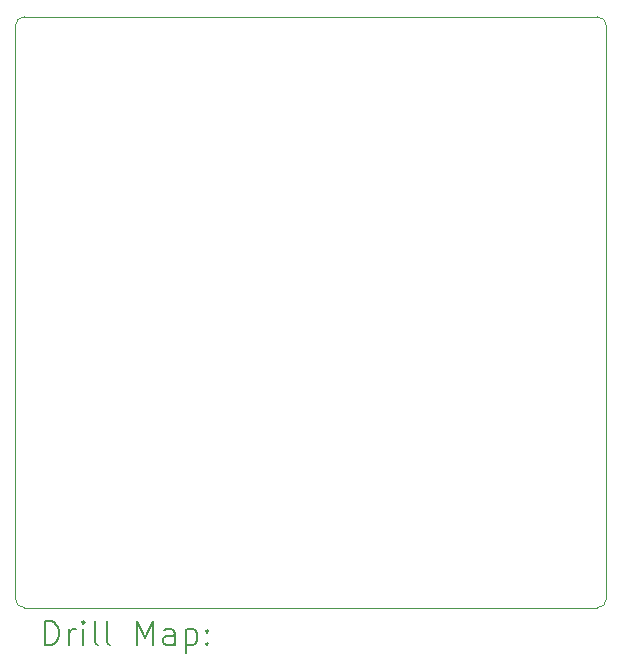
<source format=gbr>
%TF.GenerationSoftware,KiCad,Pcbnew,(6.0.10-0)*%
%TF.CreationDate,2022-12-29T22:01:07-08:00*%
%TF.ProjectId,HDMI-MUX,48444d49-2d4d-4555-982e-6b696361645f,rev?*%
%TF.SameCoordinates,Original*%
%TF.FileFunction,Drillmap*%
%TF.FilePolarity,Positive*%
%FSLAX45Y45*%
G04 Gerber Fmt 4.5, Leading zero omitted, Abs format (unit mm)*
G04 Created by KiCad (PCBNEW (6.0.10-0)) date 2022-12-29 22:01:07*
%MOMM*%
%LPD*%
G01*
G04 APERTURE LIST*
%ADD10C,0.100000*%
%ADD11C,0.200000*%
G04 APERTURE END LIST*
D10*
X2260600Y-6883400D02*
G75*
G03*
X2336800Y-6959600I76200J0D01*
G01*
X2336800Y-1955800D02*
X7188200Y-1955800D01*
X2260600Y-6883400D02*
X2260600Y-2032000D01*
X7188200Y-6959600D02*
X2336800Y-6959600D01*
X7264400Y-2032000D02*
G75*
G03*
X7188200Y-1955800I-76200J0D01*
G01*
X2336800Y-1955800D02*
G75*
G03*
X2260600Y-2032000I0J-76200D01*
G01*
X7264400Y-2032000D02*
X7264400Y-6883400D01*
X7188200Y-6959600D02*
G75*
G03*
X7264400Y-6883400I0J76200D01*
G01*
D11*
X2513219Y-7275076D02*
X2513219Y-7075076D01*
X2560838Y-7075076D01*
X2589410Y-7084600D01*
X2608457Y-7103648D01*
X2617981Y-7122695D01*
X2627505Y-7160790D01*
X2627505Y-7189362D01*
X2617981Y-7227457D01*
X2608457Y-7246505D01*
X2589410Y-7265552D01*
X2560838Y-7275076D01*
X2513219Y-7275076D01*
X2713219Y-7275076D02*
X2713219Y-7141743D01*
X2713219Y-7179838D02*
X2722743Y-7160790D01*
X2732267Y-7151267D01*
X2751314Y-7141743D01*
X2770362Y-7141743D01*
X2837028Y-7275076D02*
X2837028Y-7141743D01*
X2837028Y-7075076D02*
X2827505Y-7084600D01*
X2837028Y-7094124D01*
X2846552Y-7084600D01*
X2837028Y-7075076D01*
X2837028Y-7094124D01*
X2960838Y-7275076D02*
X2941790Y-7265552D01*
X2932267Y-7246505D01*
X2932267Y-7075076D01*
X3065600Y-7275076D02*
X3046552Y-7265552D01*
X3037028Y-7246505D01*
X3037028Y-7075076D01*
X3294171Y-7275076D02*
X3294171Y-7075076D01*
X3360838Y-7217933D01*
X3427505Y-7075076D01*
X3427505Y-7275076D01*
X3608457Y-7275076D02*
X3608457Y-7170314D01*
X3598933Y-7151267D01*
X3579886Y-7141743D01*
X3541790Y-7141743D01*
X3522743Y-7151267D01*
X3608457Y-7265552D02*
X3589409Y-7275076D01*
X3541790Y-7275076D01*
X3522743Y-7265552D01*
X3513219Y-7246505D01*
X3513219Y-7227457D01*
X3522743Y-7208409D01*
X3541790Y-7198886D01*
X3589409Y-7198886D01*
X3608457Y-7189362D01*
X3703695Y-7141743D02*
X3703695Y-7341743D01*
X3703695Y-7151267D02*
X3722743Y-7141743D01*
X3760838Y-7141743D01*
X3779886Y-7151267D01*
X3789409Y-7160790D01*
X3798933Y-7179838D01*
X3798933Y-7236981D01*
X3789409Y-7256028D01*
X3779886Y-7265552D01*
X3760838Y-7275076D01*
X3722743Y-7275076D01*
X3703695Y-7265552D01*
X3884648Y-7256028D02*
X3894171Y-7265552D01*
X3884648Y-7275076D01*
X3875124Y-7265552D01*
X3884648Y-7256028D01*
X3884648Y-7275076D01*
X3884648Y-7151267D02*
X3894171Y-7160790D01*
X3884648Y-7170314D01*
X3875124Y-7160790D01*
X3884648Y-7151267D01*
X3884648Y-7170314D01*
M02*

</source>
